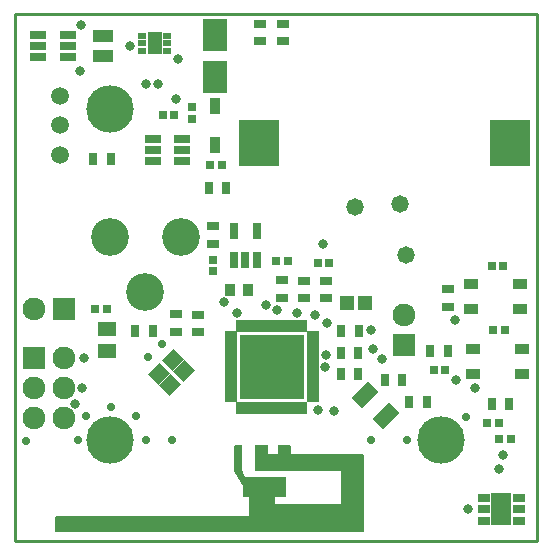
<source format=gts>
G04*
G04 #@! TF.GenerationSoftware,Altium Limited,Altium Designer,19.1.7 (138)*
G04*
G04 Layer_Color=8388736*
%FSLAX44Y44*%
%MOMM*%
G71*
G01*
G75*
%ADD10C,0.2540*%
%ADD41R,3.4032X3.9532*%
%ADD42R,1.6532X1.1032*%
%ADD43R,1.4032X0.8032*%
%ADD44R,0.8032X1.4032*%
%ADD45R,1.4532X0.8032*%
%ADD46R,1.3032X1.9032*%
%ADD47R,0.8032X0.5532*%
%ADD48R,1.8032X2.7032*%
%ADD49R,1.1032X0.6532*%
%ADD50R,0.9532X1.4532*%
G04:AMPARAMS|DCode=51|XSize=0.6632mm|YSize=0.6632mm|CornerRadius=0.2166mm|HoleSize=0mm|Usage=FLASHONLY|Rotation=180.000|XOffset=0mm|YOffset=0mm|HoleType=Round|Shape=RoundedRectangle|*
%AMROUNDEDRECTD51*
21,1,0.6632,0.2300,0,0,180.0*
21,1,0.2300,0.6632,0,0,180.0*
1,1,0.4332,-0.1150,0.1150*
1,1,0.4332,0.1150,0.1150*
1,1,0.4332,0.1150,-0.1150*
1,1,0.4332,-0.1150,-0.1150*
%
%ADD51ROUNDEDRECTD51*%
%ADD52R,5.4532X5.4532*%
%ADD53R,1.0532X0.5032*%
%ADD54R,0.5032X1.0532*%
%ADD55R,1.2532X0.8532*%
%ADD56R,0.8128X1.1176*%
%ADD57R,1.6032X1.1532*%
G04:AMPARAMS|DCode=58|XSize=2.0032mm|YSize=1.2032mm|CornerRadius=0mm|HoleSize=0mm|Usage=FLASHONLY|Rotation=45.000|XOffset=0mm|YOffset=0mm|HoleType=Round|Shape=Rectangle|*
%AMROTATEDRECTD58*
4,1,4,-0.2828,-1.1336,-1.1336,-0.2828,0.2828,1.1336,1.1336,0.2828,-0.2828,-1.1336,0.0*
%
%ADD58ROTATEDRECTD58*%

G04:AMPARAMS|DCode=59|XSize=1.4032mm|YSize=1.2032mm|CornerRadius=0mm|HoleSize=0mm|Usage=FLASHONLY|Rotation=45.000|XOffset=0mm|YOffset=0mm|HoleType=Round|Shape=Rectangle|*
%AMROTATEDRECTD59*
4,1,4,-0.0707,-0.9215,-0.9215,-0.0707,0.0707,0.9215,0.9215,0.0707,-0.0707,-0.9215,0.0*
%
%ADD59ROTATEDRECTD59*%

%ADD60R,2.0032X2.8032*%
%ADD61R,1.2032X1.2032*%
%ADD62R,0.8032X1.1032*%
%ADD63R,0.7032X0.8032*%
%ADD64R,1.1032X0.8032*%
%ADD65R,0.8032X0.7032*%
%ADD66C,3.2032*%
%ADD67C,1.5032*%
%ADD68C,1.9282*%
%ADD69R,1.9282X1.9282*%
%ADD70R,1.9282X1.9282*%
%ADD71C,0.8128*%
%ADD72C,1.4732*%
%ADD73C,0.7032*%
%ADD74C,4.0132*%
G36*
X-77279Y-443507D02*
X-77151Y-443532D01*
X-77027Y-443574D01*
X-76909Y-443632D01*
X-76800Y-443705D01*
X-76701Y-443791D01*
X-76615Y-443890D01*
X-76542Y-443999D01*
X-76484Y-444117D01*
X-76442Y-444241D01*
X-76417Y-444369D01*
X-76408Y-444500D01*
Y-450898D01*
X-15610D01*
X-15479Y-450906D01*
X-15351Y-450932D01*
X-15227Y-450974D01*
X-15109Y-451032D01*
X-15000Y-451105D01*
X-14901Y-451191D01*
X-14815Y-451290D01*
X-14742Y-451399D01*
X-14684Y-451516D01*
X-14642Y-451641D01*
X-14617Y-451769D01*
X-14608Y-451900D01*
Y-516500D01*
X-14617Y-516631D01*
X-14642Y-516759D01*
X-14684Y-516884D01*
X-14742Y-517001D01*
X-14815Y-517110D01*
X-14901Y-517209D01*
X-15000Y-517295D01*
X-15109Y-517368D01*
X-15227Y-517426D01*
X-15351Y-517468D01*
X-15479Y-517494D01*
X-15610Y-517502D01*
X-274410D01*
X-274541Y-517494D01*
X-274669Y-517468D01*
X-274793Y-517426D01*
X-274911Y-517368D01*
X-275020Y-517295D01*
X-275119Y-517209D01*
X-275205Y-517110D01*
X-275278Y-517001D01*
X-275336Y-516884D01*
X-275378Y-516759D01*
X-275403Y-516631D01*
X-275412Y-516500D01*
Y-504400D01*
X-275403Y-504269D01*
X-275378Y-504141D01*
X-275336Y-504016D01*
X-275278Y-503899D01*
X-275205Y-503790D01*
X-275119Y-503691D01*
X-275020Y-503605D01*
X-274911Y-503532D01*
X-274793Y-503474D01*
X-274669Y-503432D01*
X-274541Y-503406D01*
X-274410Y-503398D01*
X-111412D01*
Y-487402D01*
X-115910D01*
X-116041Y-487393D01*
X-116169Y-487368D01*
X-116293Y-487326D01*
X-116411Y-487268D01*
X-116520Y-487195D01*
X-116619Y-487109D01*
X-116705Y-487010D01*
X-116778Y-486901D01*
X-116836Y-486783D01*
X-116878Y-486659D01*
X-116904Y-486531D01*
X-116912Y-486400D01*
Y-478403D01*
X-123892Y-465476D01*
X-123913Y-465430D01*
X-123936Y-465383D01*
X-123940Y-465370D01*
X-123946Y-465357D01*
X-123961Y-465308D01*
X-123978Y-465259D01*
X-123981Y-465245D01*
X-123985Y-465232D01*
X-123994Y-465181D01*
X-124003Y-465131D01*
X-124004Y-465117D01*
X-124007Y-465102D01*
X-124009Y-465051D01*
X-124012Y-465000D01*
Y-444500D01*
X-124003Y-444369D01*
X-123978Y-444241D01*
X-123936Y-444117D01*
X-123878Y-443999D01*
X-123805Y-443890D01*
X-123719Y-443791D01*
X-123620Y-443705D01*
X-123511Y-443632D01*
X-123393Y-443574D01*
X-123269Y-443532D01*
X-123141Y-443507D01*
X-123010Y-443498D01*
X-118410D01*
X-118279Y-443507D01*
X-118151Y-443532D01*
X-118027Y-443574D01*
X-117909Y-443632D01*
X-117800Y-443705D01*
X-117701Y-443791D01*
X-117615Y-443890D01*
X-117542Y-443999D01*
X-117484Y-444117D01*
X-117442Y-444241D01*
X-117416Y-444369D01*
X-117408Y-444500D01*
Y-464617D01*
X-115218Y-470398D01*
X-80910D01*
X-80779Y-470406D01*
X-80651Y-470432D01*
X-80527Y-470474D01*
X-80409Y-470532D01*
X-80300Y-470605D01*
X-80201Y-470691D01*
X-80115Y-470790D01*
X-80042Y-470899D01*
X-79984Y-471017D01*
X-79942Y-471141D01*
X-79917Y-471269D01*
X-79908Y-471400D01*
Y-486400D01*
X-79917Y-486531D01*
X-79942Y-486659D01*
X-79984Y-486783D01*
X-80042Y-486901D01*
X-80115Y-487010D01*
X-80201Y-487109D01*
X-80300Y-487195D01*
X-80409Y-487268D01*
X-80527Y-487326D01*
X-80651Y-487368D01*
X-80779Y-487393D01*
X-80910Y-487402D01*
X-89908D01*
Y-493398D01*
X-33912D01*
Y-465802D01*
X-105410D01*
X-105541Y-465794D01*
X-105669Y-465768D01*
X-105794Y-465726D01*
X-105911Y-465668D01*
X-106020Y-465595D01*
X-106119Y-465509D01*
X-106205Y-465410D01*
X-106278Y-465301D01*
X-106336Y-465183D01*
X-106378Y-465059D01*
X-106404Y-464931D01*
X-106412Y-464800D01*
Y-444500D01*
X-106404Y-444369D01*
X-106378Y-444241D01*
X-106336Y-444117D01*
X-106278Y-443999D01*
X-106205Y-443890D01*
X-106119Y-443791D01*
X-106020Y-443705D01*
X-105911Y-443632D01*
X-105794Y-443574D01*
X-105669Y-443532D01*
X-105541Y-443507D01*
X-105410Y-443498D01*
X-96410D01*
X-96279Y-443507D01*
X-96151Y-443532D01*
X-96026Y-443574D01*
X-95909Y-443632D01*
X-95800Y-443705D01*
X-95701Y-443791D01*
X-95615Y-443890D01*
X-95542Y-443999D01*
X-95484Y-444117D01*
X-95442Y-444241D01*
X-95416Y-444369D01*
X-95408Y-444500D01*
Y-450898D01*
X-87412D01*
Y-444500D01*
X-87404Y-444369D01*
X-87378Y-444241D01*
X-87336Y-444117D01*
X-87278Y-443999D01*
X-87205Y-443890D01*
X-87119Y-443791D01*
X-87020Y-443705D01*
X-86911Y-443632D01*
X-86793Y-443574D01*
X-86669Y-443532D01*
X-86541Y-443507D01*
X-86410Y-443498D01*
X-77410D01*
X-77279Y-443507D01*
D02*
G37*
D10*
X-310000Y-79000D02*
X132000D01*
X-310000Y-525000D02*
Y-79000D01*
X132000Y-525000D02*
Y-79000D01*
X-310000Y-525000D02*
X132000D01*
D41*
X109222Y-188214D02*
D03*
X-103378D02*
D03*
D42*
X-235458Y-96910D02*
D03*
Y-113910D02*
D03*
D43*
X-289868Y-96418D02*
D03*
Y-105918D02*
D03*
Y-115418D02*
D03*
X-264868D02*
D03*
Y-105918D02*
D03*
Y-96418D02*
D03*
D44*
X-124054Y-287074D02*
D03*
X-114554D02*
D03*
X-105054D02*
D03*
Y-262074D02*
D03*
X-124054D02*
D03*
D45*
X-168112Y-203115D02*
D03*
Y-193615D02*
D03*
Y-184115D02*
D03*
X-193111D02*
D03*
Y-193615D02*
D03*
Y-203115D02*
D03*
D46*
X-191262Y-103378D02*
D03*
D47*
X-180762Y-96878D02*
D03*
Y-103378D02*
D03*
Y-109878D02*
D03*
X-201762D02*
D03*
Y-103378D02*
D03*
Y-96878D02*
D03*
D48*
X102108Y-498094D02*
D03*
D49*
X116608Y-488094D02*
D03*
Y-498094D02*
D03*
Y-508094D02*
D03*
X87608D02*
D03*
Y-498094D02*
D03*
Y-488094D02*
D03*
D50*
X-140208Y-189474D02*
D03*
Y-156474D02*
D03*
D51*
X-120660Y-447250D02*
D03*
D52*
X-92202Y-377444D02*
D03*
D53*
X-126702Y-404944D02*
D03*
Y-399944D02*
D03*
Y-394944D02*
D03*
Y-389944D02*
D03*
Y-384944D02*
D03*
Y-379944D02*
D03*
Y-374944D02*
D03*
Y-369944D02*
D03*
Y-364944D02*
D03*
Y-359944D02*
D03*
Y-354944D02*
D03*
Y-349944D02*
D03*
X-57702D02*
D03*
Y-354944D02*
D03*
Y-359944D02*
D03*
Y-364944D02*
D03*
Y-369944D02*
D03*
Y-374944D02*
D03*
Y-379944D02*
D03*
Y-384944D02*
D03*
Y-389944D02*
D03*
Y-394944D02*
D03*
Y-399944D02*
D03*
Y-404944D02*
D03*
D54*
X-119702Y-342944D02*
D03*
X-114702D02*
D03*
X-109702D02*
D03*
X-104702D02*
D03*
X-99702D02*
D03*
X-94702D02*
D03*
X-89702D02*
D03*
X-84702D02*
D03*
X-79702D02*
D03*
X-74702D02*
D03*
X-69702D02*
D03*
X-64702D02*
D03*
Y-411944D02*
D03*
X-69702D02*
D03*
X-74702D02*
D03*
X-79702D02*
D03*
X-84702D02*
D03*
X-89702D02*
D03*
X-94702D02*
D03*
X-99702D02*
D03*
X-104702D02*
D03*
X-109702D02*
D03*
X-114702D02*
D03*
X-119702D02*
D03*
D55*
X119810Y-383368D02*
D03*
X78310D02*
D03*
X119810Y-361868D02*
D03*
X78310D02*
D03*
X76786Y-307258D02*
D03*
X118286D02*
D03*
X76786Y-328758D02*
D03*
X118286D02*
D03*
D56*
X-127508Y-311912D02*
D03*
X-112268D02*
D03*
D57*
X-232156Y-364084D02*
D03*
Y-345084D02*
D03*
D58*
X4521Y-418795D02*
D03*
X-13157Y-401117D02*
D03*
D59*
X-187645Y-383430D02*
D03*
X-175624Y-371409D02*
D03*
X-178452Y-392623D02*
D03*
X-166431Y-380602D02*
D03*
D60*
X-140208Y-96300D02*
D03*
Y-132300D02*
D03*
D61*
X-13328Y-323596D02*
D03*
X-28328D02*
D03*
D62*
X93846Y-408940D02*
D03*
X108846D02*
D03*
X3168Y-388112D02*
D03*
X18168D02*
D03*
X23742Y-407162D02*
D03*
X38742D02*
D03*
X56652Y-364112D02*
D03*
X41652D02*
D03*
X-33408Y-347218D02*
D03*
X-18408D02*
D03*
X-33916Y-383286D02*
D03*
X-18916D02*
D03*
X-243466Y-201676D02*
D03*
X-228466D02*
D03*
X-193160Y-346710D02*
D03*
X-208160D02*
D03*
X-33916Y-365252D02*
D03*
X-18916D02*
D03*
X-145676Y-225552D02*
D03*
X-130676D02*
D03*
D63*
X-144446Y-206756D02*
D03*
X-134446D02*
D03*
X99996Y-424688D02*
D03*
X89996D02*
D03*
X100410Y-438150D02*
D03*
X110410D02*
D03*
X-241982Y-328422D02*
D03*
X-231982D02*
D03*
X44784Y-379730D02*
D03*
X54784D02*
D03*
X104822Y-345948D02*
D03*
X94822D02*
D03*
X-43514Y-289814D02*
D03*
X-53514D02*
D03*
X103806Y-291846D02*
D03*
X93806D02*
D03*
X-88566Y-288036D02*
D03*
X-78566D02*
D03*
X-184658Y-163830D02*
D03*
X-174658D02*
D03*
D64*
X-83820Y-319158D02*
D03*
Y-304158D02*
D03*
X-65278Y-319412D02*
D03*
Y-304412D02*
D03*
X-141986Y-273438D02*
D03*
Y-258438D02*
D03*
X-172974Y-347860D02*
D03*
Y-332860D02*
D03*
X-154940Y-348114D02*
D03*
Y-333114D02*
D03*
X-46736Y-319412D02*
D03*
Y-304412D02*
D03*
X56896Y-326270D02*
D03*
Y-311270D02*
D03*
X-82804Y-101734D02*
D03*
Y-86734D02*
D03*
X-102616Y-101734D02*
D03*
Y-86734D02*
D03*
D65*
X-141986Y-286592D02*
D03*
Y-296592D02*
D03*
X-160020Y-157306D02*
D03*
Y-167306D02*
D03*
D66*
X-169362Y-267208D02*
D03*
X-229362D02*
D03*
X-199362Y-314208D02*
D03*
D67*
X-271472Y-197974D02*
D03*
Y-172974D02*
D03*
Y-147974D02*
D03*
D68*
X-268478Y-420624D02*
D03*
X-293878D02*
D03*
X-268478Y-395224D02*
D03*
X-293878D02*
D03*
X-268478Y-369824D02*
D03*
X19304Y-333756D02*
D03*
X-293624Y-328676D02*
D03*
D69*
X-293878Y-369824D02*
D03*
X19304Y-359156D02*
D03*
D70*
X-268224Y-328676D02*
D03*
D71*
X-173001Y-150485D02*
D03*
X-188214Y-138176D02*
D03*
X-199136D02*
D03*
X-253492Y-88138D02*
D03*
X64008Y-388874D02*
D03*
X73914Y-498094D02*
D03*
X-6604Y-362458D02*
D03*
X-8382Y-346456D02*
D03*
X1270Y-370840D02*
D03*
X-87541Y-329527D02*
D03*
X-251460Y-369824D02*
D03*
X-121666Y-331724D02*
D03*
X-70866Y-331470D02*
D03*
X62992Y-338074D02*
D03*
X-48768Y-273050D02*
D03*
X79502Y-395478D02*
D03*
X100330Y-464058D02*
D03*
X-52832Y-413512D02*
D03*
X103124Y-451866D02*
D03*
X-39624Y-414782D02*
D03*
X-132588Y-322326D02*
D03*
X-97282Y-325120D02*
D03*
X-46228Y-367538D02*
D03*
X-46990Y-377444D02*
D03*
X-45212Y-340360D02*
D03*
X-259080Y-409194D02*
D03*
X-252730Y-395478D02*
D03*
X-55626Y-333502D02*
D03*
X-171704Y-116840D02*
D03*
X-254762Y-127254D02*
D03*
X-212344Y-105410D02*
D03*
D72*
X16510Y-239776D02*
D03*
X21336Y-282702D02*
D03*
X-21844Y-242316D02*
D03*
D73*
X72390Y-420116D02*
D03*
X-176530Y-439674D02*
D03*
X-184912Y-358394D02*
D03*
X-197358Y-369062D02*
D03*
X-207518Y-418592D02*
D03*
X-228111Y-411018D02*
D03*
X-249568Y-419066D02*
D03*
X-299974Y-439928D02*
D03*
X-256286Y-439674D02*
D03*
X-198628D02*
D03*
X-8636D02*
D03*
X22606Y-439166D02*
D03*
D74*
X-228890Y-159106D02*
D03*
X50864Y-439070D02*
D03*
X-228894D02*
D03*
M02*

</source>
